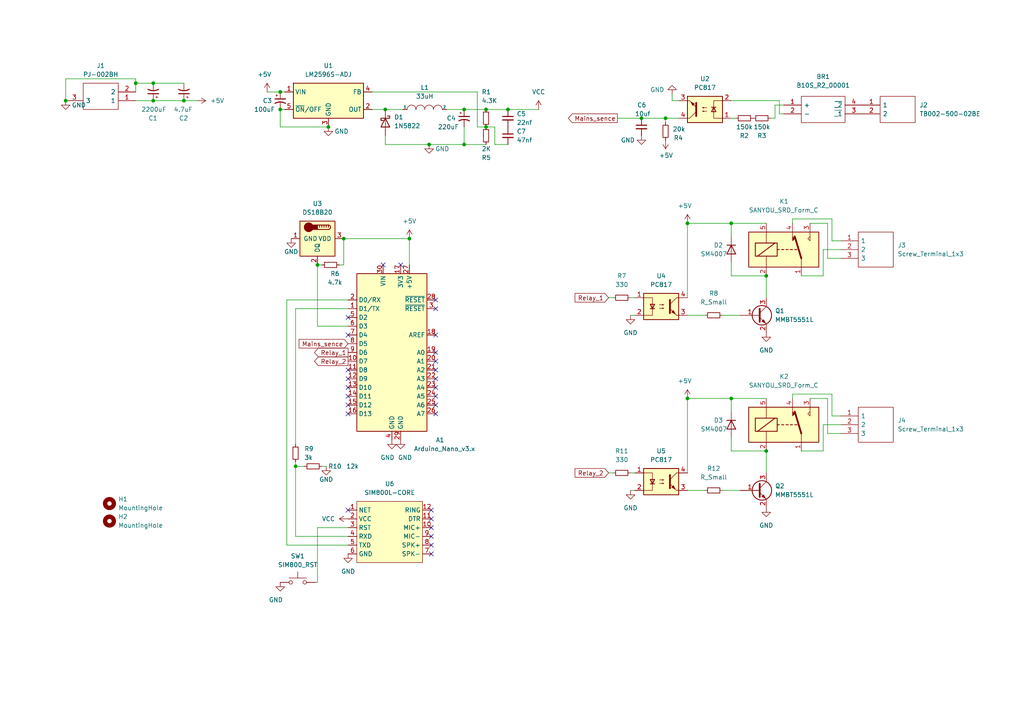
<source format=kicad_sch>
(kicad_sch (version 20211123) (generator eeschema)
  (paper "A4")
  (lib_symbols
    (symbol "B10S_R2_00001:B10S_R2_00001" (pin_names (offset 0.762))
      (property "Reference" "BR" (at 19.05 7.62 0))
      (property "Value" "B10S_R2_00001" (at 19.05 5.08 0))
      (symbol "B10S_R2_00001_0_0"
        (pin passive line (at 0 0 0) (length 5.08) (name "+") (number "1"))
        (pin passive line (at 0 -2.54 0) (length 5.08) (name "-") (number "2"))
        (pin passive line (at 22.86 -2.54 180) (length 5.08) (name "~{_1}") (number "3"))
        (pin passive line (at 22.86 0 180) (length 5.08) (name "~{_2}") (number "4"))
      )
      (symbol "B10S_R2_00001_0_1"
        (polyline (pts (xy 5.08 2.54) (xy 17.78 2.54) (xy 17.78 -5.08) (xy 5.08 -5.08) (xy 5.08 2.54)) (stroke (width 0.1524)))
      )
    )
    (symbol "Device:C_Polarized_Small_US" (pin_numbers hide) (pin_names (offset 0.254) hide)
      (property "Reference" "C" (at 0.254 1.778 0))
      (property "Value" "C_Polarized_Small_US" (at 0.254 -2.032 0))
      (symbol "C_Polarized_Small_US_0_1"
        (polyline (pts (xy -1.524 0.508) (xy 1.524 0.508)) (stroke (width 0.3048)))
        (polyline (pts (xy -1.27 1.524) (xy -0.762 1.524)))
        (polyline (pts (xy -1.016 1.27) (xy -1.016 1.778)))
        (arc (start 1.524 -0.762) (mid 0 -0.3734) (end -1.524 -0.762) (stroke (width 0.3048)))
      )
      (symbol "C_Polarized_Small_US_1_1"
        (pin passive line (at 0 2.54 270) (length 2.032) (name "~") (number "1"))
        (pin passive line (at 0 -2.54 90) (length 2.032) (name "~") (number "2"))
      )
    )
    (symbol "Device:C_Small" (pin_numbers hide) (pin_names (offset 0.254) hide)
      (property "Reference" "C" (at 0.254 1.778 0))
      (property "Value" "C_Small" (at 0.254 -2.032 0))
      (symbol "C_Small_0_1"
        (polyline (pts (xy -1.524 -0.508) (xy 1.524 -0.508)) (stroke (width 0.3302)))
        (polyline (pts (xy -1.524 0.508) (xy 1.524 0.508)) (stroke (width 0.3048)))
      )
      (symbol "C_Small_1_1"
        (pin passive line (at 0 2.54 270) (length 2.032) (name "~") (number "1"))
        (pin passive line (at 0 -2.54 90) (length 2.032) (name "~") (number "2"))
      )
    )
    (symbol "Device:R_Small" (pin_numbers hide) (pin_names (offset 0.254) hide)
      (property "Reference" "R" (at 0.762 0.508 0))
      (property "Value" "R_Small" (at 0.762 -1.016 0))
      (symbol "R_Small_0_1"
        (rectangle (start -0.762 1.778) (end 0.762 -1.778) (stroke (width 0.2032)))
      )
      (symbol "R_Small_1_1"
        (pin passive line (at 0 2.54 270) (length 0.762) (name "~") (number "1"))
        (pin passive line (at 0 -2.54 90) (length 0.762) (name "~") (number "2"))
      )
    )
    (symbol "Diode:1N5822" (pin_numbers hide) (pin_names (offset 1.016) hide)
      (property "Reference" "D" (at 0 2.54 0))
      (property "Value" "1N5822" (at 0 -2.54 0))
      (symbol "1N5822_0_1"
        (polyline (pts (xy 1.27 0) (xy -1.27 0)))
        (polyline (pts (xy 1.27 1.27) (xy 1.27 -1.27) (xy -1.27 0) (xy 1.27 1.27)) (stroke (width 0.254)))
        (polyline (pts (xy -1.905 0.635) (xy -1.905 1.27) (xy -1.27 1.27) (xy -1.27 -1.27) (xy -0.635 -1.27) (xy -0.635 -0.635)) (stroke (width 0.254)))
      )
      (symbol "1N5822_1_1"
        (pin passive line (at -3.81 0 0) (length 2.54) (name "K") (number "1"))
        (pin passive line (at 3.81 0 180) (length 2.54) (name "A") (number "2"))
      )
    )
    (symbol "Diode:SM4007" (pin_numbers hide) (pin_names (offset 1.016) hide)
      (property "Reference" "D" (at 0 2.54 0))
      (property "Value" "SM4007" (at 0 -2.54 0))
      (symbol "SM4007_0_1"
        (polyline (pts (xy -1.27 1.27) (xy -1.27 -1.27)) (stroke (width 0.254)))
        (polyline (pts (xy 1.27 0) (xy -1.27 0)))
        (polyline (pts (xy 1.27 1.27) (xy 1.27 -1.27) (xy -1.27 0) (xy 1.27 1.27)) (stroke (width 0.254)))
      )
      (symbol "SM4007_1_1"
        (pin passive line (at -3.81 0 0) (length 2.54) (name "K") (number "1"))
        (pin passive line (at 3.81 0 180) (length 2.54) (name "A") (number "2"))
      )
    )
    (symbol "Isolator:PC817" (pin_names (offset 1.016))
      (property "Reference" "U" (at -5.08 5.08 0))
      (property "Value" "PC817" (at 0 5.08 0))
      (symbol "PC817_0_1"
        (rectangle (start -5.08 3.81) (end 5.08 -3.81) (stroke (width 0.254)) (fill (type background)))
        (polyline (pts (xy -3.175 -0.635) (xy -1.905 -0.635)) (stroke (width 0.254)))
        (polyline (pts (xy 2.54 0.635) (xy 4.445 2.54)))
        (polyline (pts (xy 4.445 -2.54) (xy 2.54 -0.635)) (fill (type outline)))
        (polyline (pts (xy 4.445 -2.54) (xy 5.08 -2.54)))
        (polyline (pts (xy 4.445 2.54) (xy 5.08 2.54)))
        (polyline (pts (xy -5.08 2.54) (xy -2.54 2.54) (xy -2.54 -0.635)))
        (polyline (pts (xy -2.54 -0.635) (xy -2.54 -2.54) (xy -5.08 -2.54)))
        (polyline (pts (xy 2.54 1.905) (xy 2.54 -1.905) (xy 2.54 -1.905)) (stroke (width 0.508)))
        (polyline (pts (xy -2.54 -0.635) (xy -3.175 0.635) (xy -1.905 0.635) (xy -2.54 -0.635)) (stroke (width 0.254)))
        (polyline (pts (xy -0.508 -0.508) (xy 0.762 -0.508) (xy 0.381 -0.635) (xy 0.381 -0.381) (xy 0.762 -0.508)))
        (polyline (pts (xy -0.508 0.508) (xy 0.762 0.508) (xy 0.381 0.381) (xy 0.381 0.635) (xy 0.762 0.508)))
        (polyline (pts (xy 3.048 -1.651) (xy 3.556 -1.143) (xy 4.064 -2.159) (xy 3.048 -1.651) (xy 3.048 -1.651)) (fill (type outline)))
      )
      (symbol "PC817_1_1"
        (pin passive line (at -7.62 2.54 0) (length 2.54) (name "~") (number "1"))
        (pin passive line (at -7.62 -2.54 0) (length 2.54) (name "~") (number "2"))
        (pin passive line (at 7.62 -2.54 180) (length 2.54) (name "~") (number "3"))
        (pin passive line (at 7.62 2.54 180) (length 2.54) (name "~") (number "4"))
      )
    )
    (symbol "MCU_Module:Arduino_Nano_v3.x"
      (property "Reference" "A" (at -10.16 23.495 0))
      (property "Value" "Arduino_Nano_v3.x" (at 5.08 -24.13 0))
      (symbol "Arduino_Nano_v3.x_0_1"
        (rectangle (start -10.16 22.86) (end 10.16 -22.86) (stroke (width 0.254)) (fill (type background)))
      )
      (symbol "Arduino_Nano_v3.x_1_1"
        (pin bidirectional line (at -12.7 12.7 0) (length 2.54) (name "D1/TX") (number "1"))
        (pin bidirectional line (at -12.7 -2.54 0) (length 2.54) (name "D7") (number "10"))
        (pin bidirectional line (at -12.7 -5.08 0) (length 2.54) (name "D8") (number "11"))
        (pin bidirectional line (at -12.7 -7.62 0) (length 2.54) (name "D9") (number "12"))
        (pin bidirectional line (at -12.7 -10.16 0) (length 2.54) (name "D10") (number "13"))
        (pin bidirectional line (at -12.7 -12.7 0) (length 2.54) (name "D11") (number "14"))
        (pin bidirectional line (at -12.7 -15.24 0) (length 2.54) (name "D12") (number "15"))
        (pin bidirectional line (at -12.7 -17.78 0) (length 2.54) (name "D13") (number "16"))
        (pin power_out line (at 2.54 25.4 270) (length 2.54) (name "3V3") (number "17"))
        (pin input line (at 12.7 5.08 180) (length 2.54) (name "AREF") (number "18"))
        (pin bidirectional line (at 12.7 0 180) (length 2.54) (name "A0") (number "19"))
        (pin bidirectional line (at -12.7 15.24 0) (length 2.54) (name "D0/RX") (number "2"))
        (pin bidirectional line (at 12.7 -2.54 180) (length 2.54) (name "A1") (number "20"))
        (pin bidirectional line (at 12.7 -5.08 180) (length 2.54) (name "A2") (number "21"))
        (pin bidirectional line (at 12.7 -7.62 180) (length 2.54) (name "A3") (number "22"))
        (pin bidirectional line (at 12.7 -10.16 180) (length 2.54) (name "A4") (number "23"))
        (pin bidirectional line (at 12.7 -12.7 180) (length 2.54) (name "A5") (number "24"))
        (pin bidirectional line (at 12.7 -15.24 180) (length 2.54) (name "A6") (number "25"))
        (pin bidirectional line (at 12.7 -17.78 180) (length 2.54) (name "A7") (number "26"))
        (pin power_out line (at 5.08 25.4 270) (length 2.54) (name "+5V") (number "27"))
        (pin input line (at 12.7 15.24 180) (length 2.54) (name "~{RESET}") (number "28"))
        (pin power_in line (at 2.54 -25.4 90) (length 2.54) (name "GND") (number "29"))
        (pin input line (at 12.7 12.7 180) (length 2.54) (name "~{RESET}") (number "3"))
        (pin power_in line (at -2.54 25.4 270) (length 2.54) (name "VIN") (number "30"))
        (pin power_in line (at 0 -25.4 90) (length 2.54) (name "GND") (number "4"))
        (pin bidirectional line (at -12.7 10.16 0) (length 2.54) (name "D2") (number "5"))
        (pin bidirectional line (at -12.7 7.62 0) (length 2.54) (name "D3") (number "6"))
        (pin bidirectional line (at -12.7 5.08 0) (length 2.54) (name "D4") (number "7"))
        (pin bidirectional line (at -12.7 2.54 0) (length 2.54) (name "D5") (number "8"))
        (pin bidirectional line (at -12.7 0 0) (length 2.54) (name "D6") (number "9"))
      )
    )
    (symbol "Mechanical:MountingHole" (pin_names (offset 1.016))
      (property "Reference" "H" (at 0 5.08 0))
      (property "Value" "MountingHole" (at 0 3.175 0))
      (symbol "MountingHole_0_1"
        (circle (center 0 0) (radius 1.27) (stroke (width 1.27)))
      )
    )
    (symbol "PJ-002BH:PJ-002BH" (pin_names (offset 0.762))
      (property "Reference" "J" (at 16.51 7.62 0))
      (property "Value" "PJ-002BH" (at 16.51 5.08 0))
      (symbol "PJ-002BH_0_0"
        (pin passive line (at 0 0 0) (length 5.08) (name "1") (number "1"))
        (pin passive line (at 0 -2.54 0) (length 5.08) (name "2") (number "2"))
        (pin passive line (at 20.32 0 180) (length 5.08) (name "3") (number "3"))
      )
      (symbol "PJ-002BH_0_1"
        (polyline (pts (xy 5.08 2.54) (xy 15.24 2.54) (xy 15.24 -5.08) (xy 5.08 -5.08) (xy 5.08 2.54)) (stroke (width 0.1524)))
      )
    )
    (symbol "Regulator_Switching:LM2596S-ADJ"
      (property "Reference" "U" (at -10.16 6.35 0))
      (property "Value" "LM2596S-ADJ" (at 0 6.35 0))
      (symbol "LM2596S-ADJ_0_1"
        (rectangle (start -10.16 5.08) (end 10.16 -5.08) (stroke (width 0.254)) (fill (type background)))
      )
      (symbol "LM2596S-ADJ_1_1"
        (pin power_in line (at -12.7 2.54 0) (length 2.54) (name "VIN") (number "1"))
        (pin output line (at 12.7 -2.54 180) (length 2.54) (name "OUT") (number "2"))
        (pin power_in line (at 0 -7.62 90) (length 2.54) (name "GND") (number "3"))
        (pin input line (at 12.7 2.54 180) (length 2.54) (name "FB") (number "4"))
        (pin input line (at -12.7 -2.54 0) (length 2.54) (name "~{ON}/OFF") (number "5"))
      )
    )
    (symbol "Relay:SANYOU_SRD_Form_C"
      (property "Reference" "K" (at 11.43 3.81 0))
      (property "Value" "SANYOU_SRD_Form_C" (at 11.43 1.27 0))
      (symbol "SANYOU_SRD_Form_C_0_0"
        (polyline (pts (xy 7.62 5.08) (xy 7.62 2.54) (xy 6.985 3.175) (xy 7.62 3.81)))
      )
      (symbol "SANYOU_SRD_Form_C_0_1"
        (rectangle (start -10.16 5.08) (end 10.16 -5.08) (stroke (width 0.254)) (fill (type background)))
        (rectangle (start -8.255 1.905) (end -1.905 -1.905) (stroke (width 0.254)))
        (polyline (pts (xy -7.62 -1.905) (xy -2.54 1.905)) (stroke (width 0.254)))
        (polyline (pts (xy -5.08 -5.08) (xy -5.08 -1.905)))
        (polyline (pts (xy -5.08 5.08) (xy -5.08 1.905)))
        (polyline (pts (xy -1.905 0) (xy -1.27 0)) (stroke (width 0.254)))
        (polyline (pts (xy -0.635 0) (xy 0 0)) (stroke (width 0.254)))
        (polyline (pts (xy 0.635 0) (xy 1.27 0)) (stroke (width 0.254)))
        (polyline (pts (xy 1.905 0) (xy 2.54 0)) (stroke (width 0.254)))
        (polyline (pts (xy 3.175 0) (xy 3.81 0)) (stroke (width 0.254)))
        (polyline (pts (xy 5.08 -2.54) (xy 3.175 3.81)) (stroke (width 0.508)))
        (polyline (pts (xy 5.08 -2.54) (xy 5.08 -5.08)))
      )
      (symbol "SANYOU_SRD_Form_C_1_1"
        (polyline (pts (xy 2.54 3.81) (xy 3.175 3.175) (xy 2.54 2.54) (xy 2.54 5.08)) (fill (type outline)))
        (pin passive line (at 5.08 -7.62 90) (length 2.54) (name "~") (number "1"))
        (pin passive line (at -5.08 -7.62 90) (length 2.54) (name "~") (number "2"))
        (pin passive line (at 7.62 7.62 270) (length 2.54) (name "~") (number "3"))
        (pin passive line (at 2.54 7.62 270) (length 2.54) (name "~") (number "4"))
        (pin passive line (at -5.08 7.62 270) (length 2.54) (name "~") (number "5"))
      )
    )
    (symbol "SIM800L:SIM800L-CORE"
      (property "Reference" "U" (at -7.62 8.89 0))
      (property "Value" "SIM800L-CORE" (at 0 -12.7 0))
      (symbol "SIM800L-CORE_0_1"
        (rectangle (start -8.89 7.62) (end 10.16 -10.16) (stroke (width 0.1524)) (fill (type background)))
      )
      (symbol "SIM800L-CORE_1_1"
        (pin bidirectional line (at -11.43 5.08 0) (length 2.54) (name "NET") (number "1"))
        (pin output line (at 12.7 0 180) (length 2.54) (name "MIC+") (number "10"))
        (pin passive line (at 12.7 2.54 180) (length 2.54) (name "DTR") (number "11"))
        (pin output line (at 12.7 5.08 180) (length 2.54) (name "RING") (number "12"))
        (pin power_in line (at -11.43 2.54 0) (length 2.54) (name "VCC") (number "2"))
        (pin input line (at -11.43 0 0) (length 2.54) (name "RST") (number "3"))
        (pin input line (at -11.43 -2.54 0) (length 2.54) (name "RXD") (number "4"))
        (pin output line (at -11.43 -5.08 0) (length 2.54) (name "TXD") (number "5"))
        (pin power_in line (at -11.43 -7.62 0) (length 2.54) (name "GND") (number "6"))
        (pin output line (at 12.7 -7.62 180) (length 2.54) (name "SPK-") (number "7"))
        (pin output line (at 12.7 -5.08 180) (length 2.54) (name "SPK+") (number "8"))
        (pin output line (at 12.7 -2.54 180) (length 2.54) (name "MIC-") (number "9"))
      )
    )
    (symbol "Screw_Terminal_1x2:TB002-500-02BE" (pin_names (offset 0.762))
      (property "Reference" "J" (at 16.51 7.62 0))
      (property "Value" "TB002-500-02BE" (at 16.51 5.08 0))
      (symbol "TB002-500-02BE_0_0"
        (pin passive line (at 0 0 0) (length 5.08) (name "1") (number "1"))
        (pin passive line (at 0 -2.54 0) (length 5.08) (name "2") (number "2"))
      )
      (symbol "TB002-500-02BE_0_1"
        (polyline (pts (xy 5.08 2.54) (xy 15.24 2.54) (xy 15.24 -5.08) (xy 5.08 -5.08) (xy 5.08 2.54)) (stroke (width 0.1524)))
      )
    )
    (symbol "Screw_Terminal_1x3:1711039" (pin_names (offset 0.762))
      (property "Reference" "J?" (at 16.51 -1.2699 0))
      (property "Value" "Screw_Terminal_1x3" (at 16.51 -3.8099 0))
      (symbol "1711039_0_0"
        (pin passive line (at 0 0 0) (length 5.08) (name "1") (number "1"))
        (pin passive line (at 0 -2.54 0) (length 5.08) (name "2") (number "2"))
        (pin passive line (at 0 -5.08 0) (length 5.08) (name "3") (number "3"))
      )
      (symbol "1711039_0_1"
        (polyline (pts (xy 5.08 2.54) (xy 15.24 2.54) (xy 15.24 -7.62) (xy 5.08 -7.62) (xy 5.08 2.54)) (stroke (width 0.1524)))
      )
    )
    (symbol "Sensor_Temperature:DS18B20" (pin_names (offset 1.016))
      (property "Reference" "U" (at -3.81 6.35 0))
      (property "Value" "DS18B20" (at 6.35 6.35 0))
      (symbol "DS18B20_0_1"
        (rectangle (start -5.08 5.08) (end 5.08 -5.08) (stroke (width 0.254)) (fill (type background)))
        (circle (center -3.302 -2.54) (radius 1.27) (stroke (width 0.254)) (fill (type outline)))
        (rectangle (start -2.667 -1.905) (end -3.937 0) (stroke (width 0.254)) (fill (type outline)))
        (arc (start -2.667 3.175) (mid -3.302 3.81) (end -3.937 3.175) (stroke (width 0.254)))
        (polyline (pts (xy -3.937 0.635) (xy -3.302 0.635)) (stroke (width 0.254)))
        (polyline (pts (xy -3.937 1.27) (xy -3.302 1.27)) (stroke (width 0.254)))
        (polyline (pts (xy -3.937 1.905) (xy -3.302 1.905)) (stroke (width 0.254)))
        (polyline (pts (xy -3.937 2.54) (xy -3.302 2.54)) (stroke (width 0.254)))
        (polyline (pts (xy -3.937 3.175) (xy -3.937 0)) (stroke (width 0.254)))
        (polyline (pts (xy -3.937 3.175) (xy -3.302 3.175)) (stroke (width 0.254)))
        (polyline (pts (xy -2.667 3.175) (xy -2.667 0)) (stroke (width 0.254)))
      )
      (symbol "DS18B20_1_1"
        (pin power_in line (at 0 -7.62 90) (length 2.54) (name "GND") (number "1"))
        (pin bidirectional line (at 7.62 0 180) (length 2.54) (name "DQ") (number "2"))
        (pin power_in line (at 0 7.62 270) (length 2.54) (name "VDD") (number "3"))
      )
    )
    (symbol "Switch:SW_Push" (pin_numbers hide) (pin_names (offset 1.016) hide)
      (property "Reference" "SW" (at 1.27 2.54 0))
      (property "Value" "SW_Push" (at 0 -1.524 0))
      (symbol "SW_Push_0_1"
        (circle (center -2.032 0) (radius 0.508))
        (polyline (pts (xy 0 1.27) (xy 0 3.048)))
        (polyline (pts (xy 2.54 1.27) (xy -2.54 1.27)))
        (circle (center 2.032 0) (radius 0.508))
        (pin passive line (at -5.08 0 0) (length 2.54) (name "1") (number "1"))
        (pin passive line (at 5.08 0 180) (length 2.54) (name "2") (number "2"))
      )
    )
    (symbol "Transistor_BJT:MMBT5551L" (pin_names (offset 0) hide)
      (property "Reference" "Q" (at 5.08 1.905 0))
      (property "Value" "MMBT5551L" (at 5.08 0 0))
      (symbol "MMBT5551L_0_1"
        (polyline (pts (xy 0.635 0.635) (xy 2.54 2.54)))
        (polyline (pts (xy 0.635 -0.635) (xy 2.54 -2.54) (xy 2.54 -2.54)))
        (polyline (pts (xy 0.635 1.905) (xy 0.635 -1.905) (xy 0.635 -1.905)) (stroke (width 0.508)))
        (polyline (pts (xy 1.27 -1.778) (xy 1.778 -1.27) (xy 2.286 -2.286) (xy 1.27 -1.778) (xy 1.27 -1.778)) (fill (type outline)))
        (circle (center 1.27 0) (radius 2.8194) (stroke (width 0.254)))
      )
      (symbol "MMBT5551L_1_1"
        (pin input line (at -5.08 0 0) (length 5.715) (name "B") (number "1"))
        (pin passive line (at 2.54 -5.08 90) (length 2.54) (name "E") (number "2"))
        (pin passive line (at 2.54 5.08 270) (length 2.54) (name "C") (number "3"))
      )
    )
    (symbol "power:+5V" (power) (pin_names (offset 0))
      (property "Value" "+5V" (at 0 3.556 0))
      (symbol "+5V_0_1"
        (polyline (pts (xy -0.762 1.27) (xy 0 2.54)))
        (polyline (pts (xy 0 0) (xy 0 2.54)))
        (polyline (pts (xy 0 2.54) (xy 0.762 1.27)))
      )
      (symbol "+5V_1_1"
        (pin power_in line (at 0 0 90) (length 0) hide (name "+5V") (number "1"))
      )
    )
    (symbol "power:GND" (power) (pin_names (offset 0))
      (property "Value" "GND" (at 0 -3.81 0))
      (symbol "GND_0_1"
        (polyline (pts (xy 0 0) (xy 0 -1.27) (xy 1.27 -1.27) (xy 0 -2.54) (xy -1.27 -1.27) (xy 0 -1.27)))
      )
      (symbol "GND_1_1"
        (pin power_in line (at 0 0 270) (length 0) hide (name "GND") (number "1"))
      )
    )
    (symbol "power:VCC" (power) (pin_names (offset 0))
      (property "Value" "VCC" (at 0 3.81 0))
      (symbol "VCC_0_1"
        (polyline (pts (xy -0.762 1.27) (xy 0 2.54)))
        (polyline (pts (xy 0 0) (xy 0 2.54)))
        (polyline (pts (xy 0 2.54) (xy 0.762 1.27)))
      )
      (symbol "VCC_1_1"
        (pin power_in line (at 0 0 90) (length 0) hide (name "VCC") (number "1"))
      )
    )
    (symbol "pspice:INDUCTOR" (pin_numbers hide) (pin_names (offset 0))
      (property "Reference" "L" (at 0 2.54 0))
      (property "Value" "INDUCTOR" (at 0 -1.27 0))
      (symbol "INDUCTOR_0_1"
        (arc (start -2.54 0) (mid -3.81 1.27) (end -5.08 0))
        (arc (start 0 0) (mid -1.27 1.27) (end -2.54 0))
        (arc (start 2.54 0) (mid 1.27 1.27) (end 0 0))
        (arc (start 5.08 0) (mid 3.81 1.27) (end 2.54 0))
      )
      (symbol "INDUCTOR_1_1"
        (pin input line (at -6.35 0 0) (length 1.27) (name "1") (number "1"))
        (pin input line (at 6.35 0 180) (length 1.27) (name "2") (number "2"))
      )
    )
  )
  (junction (at 81.28 31.75))
  (junction (at 134.62 31.75))
  (junction (at 111.76 31.75))
  (junction (at 193.04 34.29))
  (junction (at 44.45 24.13))
  (junction (at 124.46 41.91))
  (junction (at 85.725 135.255))
  (junction (at 92.075 76.835))
  (junction (at 140.97 36.83))
  (junction (at 118.745 69.215))
  (junction (at 39.37 24.13))
  (junction (at 222.25 130.81))
  (junction (at 212.09 64.77))
  (junction (at 19.05 29.21))
  (junction (at 53.34 29.21))
  (junction (at 199.39 64.77))
  (junction (at 222.25 80.01))
  (junction (at 134.62 41.91))
  (junction (at 212.09 115.57))
  (junction (at 147.32 31.75))
  (junction (at 99.695 69.215))
  (junction (at 44.45 29.21))
  (junction (at 95.25 36.83))
  (junction (at 140.97 31.75))
  (junction (at 199.39 115.57))
  (junction (at 186.055 34.29))
  (junction (at 81.28 26.67))
  (no_connect (at 125.095 153.035))
  (no_connect (at 126.365 102.235))
  (no_connect (at 100.965 109.855))
  (no_connect (at 126.365 117.475))
  (no_connect (at 100.965 112.395))
  (no_connect (at 111.125 76.835))
  (no_connect (at 126.365 97.155))
  (no_connect (at 126.365 112.395))
  (no_connect (at 126.365 120.015))
  (no_connect (at 126.365 109.855))
  (no_connect (at 126.365 114.935))
  (no_connect (at 100.965 120.015))
  (no_connect (at 100.965 147.955))
  (no_connect (at 100.965 92.075))
  (no_connect (at 100.965 97.155))
  (no_connect (at 116.205 76.835))
  (no_connect (at 125.095 147.955))
  (no_connect (at 126.365 89.535))
  (no_connect (at 100.965 114.935))
  (no_connect (at 126.365 104.775))
  (no_connect (at 100.965 117.475))
  (no_connect (at 100.965 107.315))
  (no_connect (at 125.095 160.655))
  (no_connect (at 126.365 107.315))
  (no_connect (at 125.095 158.115))
  (no_connect (at 125.095 150.495))
  (no_connect (at 125.095 155.575))
  (no_connect (at 126.365 86.995))
  (wire (pts (xy 140.97 36.83) (xy 143.51 36.83)))
  (wire (pts (xy 193.04 35.56) (xy 193.04 34.29)))
  (wire (pts (xy 229.87 63.5) (xy 241.3 63.5)))
  (wire (pts (xy 85.725 89.535) (xy 85.725 128.905)))
  (wire (pts (xy 227.33 30.48) (xy 224.79 30.48)))
  (wire (pts (xy 224.79 30.48) (xy 224.79 34.29)))
  (wire (pts (xy 39.37 29.21) (xy 44.45 29.21)))
  (wire (pts (xy 100.965 89.535) (xy 85.725 89.535)))
  (wire (pts (xy 134.62 36.83) (xy 134.62 41.91)))
  (wire (pts (xy 186.055 34.29) (xy 193.04 34.29)))
  (wire (pts (xy 124.46 41.91) (xy 111.76 41.91)))
  (wire (pts (xy 194.945 29.21) (xy 196.85 29.21)))
  (wire (pts (xy 227.33 33.02) (xy 226.06 33.02)))
  (wire (pts (xy 212.09 34.29) (xy 213.36 34.29)))
  (wire (pts (xy 212.09 80.01) (xy 212.09 76.2)))
  (wire (pts (xy 134.62 41.91) (xy 140.97 41.91)))
  (wire (pts (xy 232.41 130.81) (xy 238.76 130.81)))
  (wire (pts (xy 77.47 26.67) (xy 81.28 26.67)))
  (wire (pts (xy 176.53 137.16) (xy 177.8 137.16)))
  (wire (pts (xy 53.34 29.21) (xy 57.15 29.21)))
  (wire (pts (xy 240.03 64.77) (xy 240.03 74.93)))
  (wire (pts (xy 83.185 86.995) (xy 100.965 86.995)))
  (wire (pts (xy 100.965 158.115) (xy 83.185 158.115)))
  (wire (pts (xy 182.88 91.44) (xy 184.15 91.44)))
  (wire (pts (xy 199.39 142.24) (xy 204.47 142.24)))
  (wire (pts (xy 212.09 130.81) (xy 212.09 127)))
  (wire (pts (xy 44.45 24.13) (xy 53.34 24.13)))
  (wire (pts (xy 85.725 135.255) (xy 85.725 155.575)))
  (wire (pts (xy 19.05 22.86) (xy 39.37 22.86)))
  (wire (pts (xy 140.97 31.75) (xy 147.32 31.75)))
  (wire (pts (xy 193.04 34.29) (xy 196.85 34.29)))
  (wire (pts (xy 229.87 114.3) (xy 241.3 114.3)))
  (wire (pts (xy 238.76 123.19) (xy 243.84 123.19)))
  (wire (pts (xy 39.37 22.86) (xy 39.37 24.13)))
  (wire (pts (xy 238.76 72.39) (xy 243.84 72.39)))
  (wire (pts (xy 199.39 137.16) (xy 199.39 115.57)))
  (wire (pts (xy 85.725 155.575) (xy 100.965 155.575)))
  (wire (pts (xy 199.39 91.44) (xy 204.47 91.44)))
  (wire (pts (xy 143.51 41.91) (xy 147.32 41.91)))
  (wire (pts (xy 226.06 33.02) (xy 226.06 29.21)))
  (wire (pts (xy 39.37 24.13) (xy 44.45 24.13)))
  (wire (pts (xy 92.075 168.91) (xy 91.44 168.91)))
  (wire (pts (xy 147.32 31.75) (xy 156.21 31.75)))
  (wire (pts (xy 199.39 64.77) (xy 212.09 64.77)))
  (wire (pts (xy 212.09 68.58) (xy 212.09 64.77)))
  (wire (pts (xy 92.075 76.835) (xy 92.075 94.615)))
  (wire (pts (xy 222.25 130.81) (xy 222.25 137.16)))
  (wire (pts (xy 143.51 36.83) (xy 143.51 41.91)))
  (wire (pts (xy 94.615 135.255) (xy 93.345 135.255)))
  (wire (pts (xy 92.075 94.615) (xy 100.965 94.615)))
  (wire (pts (xy 92.075 153.035) (xy 100.965 153.035)))
  (wire (pts (xy 129.54 31.75) (xy 134.62 31.75)))
  (wire (pts (xy 182.88 86.36) (xy 184.15 86.36)))
  (wire (pts (xy 240.03 115.57) (xy 240.03 125.73)))
  (wire (pts (xy 209.55 142.24) (xy 214.63 142.24)))
  (wire (pts (xy 92.075 153.035) (xy 92.075 168.91)))
  (wire (pts (xy 194.945 29.21) (xy 194.945 27.305)))
  (wire (pts (xy 229.87 64.77) (xy 229.87 63.5)))
  (wire (pts (xy 134.62 31.75) (xy 140.97 31.75)))
  (wire (pts (xy 118.745 69.215) (xy 118.745 76.835)))
  (wire (pts (xy 176.53 86.36) (xy 177.8 86.36)))
  (wire (pts (xy 222.25 130.81) (xy 212.09 130.81)))
  (wire (pts (xy 232.41 80.01) (xy 238.76 80.01)))
  (wire (pts (xy 19.05 29.21) (xy 19.05 22.86)))
  (wire (pts (xy 85.725 135.255) (xy 88.265 135.255)))
  (wire (pts (xy 212.09 119.38) (xy 212.09 115.57)))
  (wire (pts (xy 81.28 26.67) (xy 82.55 26.67)))
  (wire (pts (xy 182.88 142.24) (xy 184.15 142.24)))
  (wire (pts (xy 134.62 41.91) (xy 124.46 41.91)))
  (wire (pts (xy 92.075 76.835) (xy 93.345 76.835)))
  (wire (pts (xy 44.45 29.21) (xy 53.34 29.21)))
  (wire (pts (xy 241.3 120.65) (xy 243.84 120.65)))
  (wire (pts (xy 209.55 91.44) (xy 214.63 91.44)))
  (wire (pts (xy 85.725 133.985) (xy 85.725 135.255)))
  (wire (pts (xy 199.39 86.36) (xy 199.39 64.77)))
  (wire (pts (xy 98.425 76.835) (xy 99.695 76.835)))
  (wire (pts (xy 81.28 36.83) (xy 95.25 36.83)))
  (wire (pts (xy 107.95 31.75) (xy 111.76 31.75)))
  (wire (pts (xy 212.09 29.21) (xy 226.06 29.21)))
  (wire (pts (xy 182.88 137.16) (xy 184.15 137.16)))
  (wire (pts (xy 223.52 34.29) (xy 224.79 34.29)))
  (wire (pts (xy 99.695 69.215) (xy 118.745 69.215)))
  (wire (pts (xy 238.76 130.81) (xy 238.76 123.19)))
  (wire (pts (xy 81.28 31.75) (xy 82.55 31.75)))
  (wire (pts (xy 39.37 24.13) (xy 39.37 26.67)))
  (wire (pts (xy 179.07 34.29) (xy 186.055 34.29)))
  (wire (pts (xy 222.25 80.01) (xy 212.09 80.01)))
  (wire (pts (xy 99.695 76.835) (xy 99.695 69.215)))
  (wire (pts (xy 241.3 114.3) (xy 241.3 120.65)))
  (wire (pts (xy 234.95 115.57) (xy 240.03 115.57)))
  (wire (pts (xy 199.39 115.57) (xy 212.09 115.57)))
  (wire (pts (xy 83.185 158.115) (xy 83.185 86.995)))
  (wire (pts (xy 81.28 31.75) (xy 81.28 36.83)))
  (wire (pts (xy 212.09 64.77) (xy 222.25 64.77)))
  (wire (pts (xy 240.03 125.73) (xy 243.84 125.73)))
  (wire (pts (xy 241.3 69.85) (xy 243.84 69.85)))
  (wire (pts (xy 212.09 115.57) (xy 222.25 115.57)))
  (wire (pts (xy 238.76 80.01) (xy 238.76 72.39)))
  (wire (pts (xy 240.03 74.93) (xy 243.84 74.93)))
  (wire (pts (xy 138.43 36.83) (xy 138.43 26.67)))
  (wire (pts (xy 140.97 36.83) (xy 138.43 36.83)))
  (wire (pts (xy 107.95 26.67) (xy 138.43 26.67)))
  (wire (pts (xy 241.3 63.5) (xy 241.3 69.85)))
  (wire (pts (xy 222.25 80.01) (xy 222.25 86.36)))
  (wire (pts (xy 229.87 115.57) (xy 229.87 114.3)))
  (wire (pts (xy 111.76 31.75) (xy 116.84 31.75)))
  (wire (pts (xy 234.95 64.77) (xy 240.03 64.77)))
  (wire (pts (xy 111.76 41.91) (xy 111.76 39.37)))
  (global_label "Relay_2" (shape output) (at 100.965 104.775 180) (property "Intersheet References" "${INTERSHEET_REFS}" (effects hide)))
  (global_label "Relay_1" (shape input) (at 176.53 86.36 180) (property "Intersheet References" "${INTERSHEET_REFS}" (effects hide)))
  (global_label "Mains_sence" (shape input) (at 100.965 99.695 180) (property "Intersheet References" "${INTERSHEET_REFS}" (effects hide)))
  (global_label "Mains_sence" (shape output) (at 179.07 34.29 180) (property "Intersheet References" "${INTERSHEET_REFS}" (effects hide)))
  (global_label "Relay_1" (shape output) (at 100.965 102.235 180) (property "Intersheet References" "${INTERSHEET_REFS}" (effects hide)))
  (global_label "Relay_2" (shape input) (at 176.53 137.16 180) (property "Intersheet References" "${INTERSHEET_REFS}" (effects hide)))
  (symbol (lib_id "power:GND") (at 19.05 29.21 0) (unit 1)
    (property "Reference" "#PWR03" (effects hide))
    (property "Value" "GND" (at 22.86 30.48 0))
  )
  (symbol (lib_id "Device:C_Polarized_Small_US") (at 53.34 26.67 180) (unit 1)
    (property "Reference" "C2" (at 54.61 34.29 0) (effects (justify left)))
    (property "Value" "4.7uF" (at 55.88 31.75 0) (effects (justify left)))
    (property "Footprint" "Capacitor_Tantalum_SMD:CP_EIA-3216-10_Kemet-I" (effects hide))
  )
  (symbol (lib_id "power:+5V") (at 118.745 69.215 0) (unit 1)
    (property "Reference" "#PWR012" (effects hide))
    (property "Value" "+5V" (at 118.745 64.135 0))
  )
  (symbol (lib_id "power:GND") (at 81.28 168.91 0) (unit 1)
    (property "Reference" "#PWR023" (effects hide))
    (property "Value" "GND" (at 80.01 173.99 0))
  )
  (symbol (lib_id "Device:R_Small") (at 140.97 34.29 0) (unit 1)
    (property "Reference" "R1" (at 139.7 26.67 0) (effects (justify left)))
    (property "Value" "4.3K" (at 139.7 29.21 0) (effects (justify left)))
    (property "Footprint" "Resistor_SMD:R_0805_2012Metric" (effects hide))
  )
  (symbol (lib_id "Transistor_BJT:MMBT5551L") (at 219.71 142.24 0) (unit 1)
    (property "Reference" "Q2" (at 224.79 140.9699 0) (effects (justify left)))
    (property "Value" "MMBT5551L" (at 224.79 143.5099 0) (effects (justify left)))
    (property "Footprint" "Package_TO_SOT_SMD:SOT-23" (effects hide))
    (property "Datasheet" "www.onsemi.com/pub/Collateral/MMBT5550LT1-D.PDF" (effects hide))
  )
  (symbol (lib_id "Mechanical:MountingHole") (at 31.75 151.13 0) (unit 1)
    (property "Reference" "H2" (at 34.29 149.8599 0) (effects (justify left)))
    (property "Value" "MountingHole" (at 34.29 152.3999 0) (effects (justify left)))
    (property "Footprint" "MountingHole:MountingHole_2.7mm" (effects hide))
  )
  (symbol (lib_id "Device:C_Small") (at 147.32 39.37 0) (unit 1)
    (property "Reference" "C7" (at 149.86 38.1062 0) (effects (justify left)))
    (property "Value" "47nf" (at 149.86 40.6462 0) (effects (justify left)))
    (property "Footprint" "Capacitor_SMD:C_0805_2012Metric" (effects hide))
  )
  (symbol (lib_id "Device:C_Small") (at 147.32 34.29 0) (unit 1)
    (property "Reference" "C5" (at 149.86 33.0262 0) (effects (justify left)))
    (property "Value" "22nf" (at 149.86 35.5662 0) (effects (justify left)))
    (property "Footprint" "Capacitor_SMD:C_0805_2012Metric" (effects hide))
  )
  (symbol (lib_id "power:GND") (at 113.665 127.635 0) (unit 1)
    (property "Reference" "#PWR016" (effects hide))
    (property "Value" "GND" (at 112.395 132.715 0))
  )
  (symbol (lib_id "Device:C_Polarized_Small_US") (at 44.45 26.67 180) (unit 1)
    (property "Reference" "C1" (at 45.72 34.29 0) (effects (justify left)))
    (property "Value" "2200uF" (at 48.26 31.75 0) (effects (justify left)))
    (property "Footprint" "Capacitor_THT:CP_Radial_D10.0mm_P5.00mm" (effects hide))
  )
  (symbol (lib_id "Mechanical:MountingHole") (at 31.75 146.05 0) (unit 1)
    (property "Reference" "H1" (at 34.29 144.7799 0) (effects (justify left)))
    (property "Value" "MountingHole" (at 34.29 147.3199 0) (effects (justify left)))
    (property "Footprint" "MountingHole:MountingHole_2.7mm" (effects hide))
  )
  (symbol (lib_id "power:VCC") (at 100.965 150.495 90) (unit 1)
    (property "Reference" "#PWR021" (effects hide))
    (property "Value" "VCC" (at 93.345 150.495 90) (effects (justify right)))
  )
  (symbol (lib_id "Isolator:PC817") (at 204.47 31.75 180) (unit 1)
    (property "Reference" "U2" (at 204.47 22.86 0))
    (property "Value" "PC817" (at 204.47 25.4 0))
    (property "Footprint" "Package_DIP:DIP-4_W7.62mm" (effects hide))
    (property "Datasheet" "http://www.soselectronic.cz/a_info/resource/d/pc817.pdf" (effects hide))
  )
  (symbol (lib_id "Isolator:PC817") (at 191.77 88.9 0) (unit 1)
    (property "Reference" "U4" (at 191.77 80.01 0))
    (property "Value" "PC817" (at 191.77 82.55 0))
    (property "Footprint" "Package_DIP:DIP-4_W7.62mm" (effects hide))
    (property "Datasheet" "http://www.soselectronic.cz/a_info/resource/d/pc817.pdf" (effects hide))
  )
  (symbol (lib_id "Device:C_Polarized_Small_US") (at 81.28 29.21 0) (unit 1)
    (property "Reference" "C3" (at 76.2 29.21 0) (effects (justify left)))
    (property "Value" "100uF" (at 73.66 31.75 0) (effects (justify left)))
    (property "Footprint" "Capacitor_SMD:CP_Elec_10x10" (effects hide))
  )
  (symbol (lib_id "Device:R_Small") (at 180.34 86.36 270) (unit 1)
    (property "Reference" "R7" (at 180.34 80.01 90))
    (property "Value" "330" (at 180.34 82.55 90))
    (property "Footprint" "Resistor_SMD:R_0805_2012Metric" (effects hide))
  )
  (symbol (lib_id "Transistor_BJT:MMBT5551L") (at 219.71 91.44 0) (unit 1)
    (property "Reference" "Q1" (at 224.79 90.1699 0) (effects (justify left)))
    (property "Value" "MMBT5551L" (at 224.79 92.7099 0) (effects (justify left)))
    (property "Footprint" "Package_TO_SOT_SMD:SOT-23" (effects hide))
    (property "Datasheet" "www.onsemi.com/pub/Collateral/MMBT5550LT1-D.PDF" (effects hide))
  )
  (symbol (lib_id "power:+5V") (at 199.39 115.57 0) (unit 1)
    (property "Reference" "#PWR015" (effects hide))
    (property "Value" "+5V" (at 200.66 110.49 0) (effects (justify right)))
  )
  (symbol (lib_id "Device:C_Polarized_Small_US") (at 134.62 34.29 0) (unit 1)
    (property "Reference" "C4" (at 129.54 34.29 0) (effects (justify left)))
    (property "Value" "220uF" (at 127 36.83 0) (effects (justify left)))
    (property "Footprint" "Capacitor_SMD:CP_Elec_10x10" (effects hide))
  )
  (symbol (lib_id "power:+5V") (at 199.39 64.77 0) (unit 1)
    (property "Reference" "#PWR010" (effects hide))
    (property "Value" "+5V" (at 200.66 59.69 0) (effects (justify right)))
  )
  (symbol (lib_id "B10S_R2_00001:B10S_R2_00001") (at 227.33 30.48 0) (unit 1)
    (property "Reference" "BR1" (at 238.76 22.225 0))
    (property "Value" "B10S_R2_00001" (at 238.76 24.765 0))
    (property "Footprint" "B10S:SOP250P700X290-4N" (effects hide))
    (property "Description" "Bridge Rectifiers PJ/B10S/TR/13\"/HF/3K/MDI/GPP/BRIDGE/GMD-05SH/MDI05-QI01/PJ///" (effects hide))
    (property "Height" "2.9" (effects hide))
    (property "Mouser Part Number" "241-B10S_R2_00001" (effects hide))
    (property "Mouser Price/Stock" "https://www.mouser.co.uk/ProductDetail/Panjit/B10S_R2_00001?qs=sPbYRqrBIVnYxoMPgIEqnQ%3D%3D" (effects hide))
    (property "Manufacturer_Name" "PANJIT" (effects hide))
    (property "Manufacturer_Part_Number" "B10S_R2_00001" (effects hide))
  )
  (symbol (lib_id "Screw_Terminal_1x3:1711039") (at 243.84 120.65 0) (unit 1)
    (property "Reference" "J4" (at 260.35 121.9199 0) (effects (justify left)))
    (property "Value" "Screw_Terminal_1x3" (at 260.35 124.4599 0) (effects (justify left)))
    (property "Footprint" "Screw_Terminal_1x3:Screw_Terminal_1x3" (effects hide))
    (property "Datasheet" "http://www.phoenixcontact.com/de/produkte/1711039/pdf" (effects hide))
    (property "Description" "PCB terminal block, nominal current: 24 A, rated voltage (III/2): 400 V, nominal cross section: 2.5 mm?, Number of potentials: 3, Number of rows: 1, Number of positions per row: 3, product range: MKDS 3, pitch: 5 mm, connection method: Screw connection with tension sleeve, mounting: Wave soldering, conductor/PCB connection direction: 0 ?, color: green, Pin layout: Linear pinning, Solder pin [P]: 5 mm, type of packaging: packed in cardboard. The article can be aligned to create different nos. of positions!" (effects hide))
    (property "Height" "18.2" (effects hide))
    (property "Mouser Part Number" "651-1711039" (effects hide))
    (property "Mouser Price/Stock" "https://www.mouser.co.uk/ProductDetail/Phoenix-Contact/1711039?qs=YbgdthCBnKeEUIePCOJ5Kg%3D%3D" (effects hide))
    (property "Manufacturer_Name" "Phoenix Contact" (effects hide))
    (property "Manufacturer_Part_Number" "1711039" (effects hide))
  )
  (symbol (lib_id "power:+5V") (at 57.15 29.21 270) (unit 1)
    (property "Reference" "#PWR04" (effects hide))
    (property "Value" "+5V" (at 60.96 29.2099 90) (effects (justify left)))
  )
  (symbol (lib_id "power:+5V") (at 77.47 26.67 0) (unit 1)
    (property "Reference" "#PWR01" (effects hide))
    (property "Value" "+5V" (at 78.74 21.59 0) (effects (justify right)))
  )
  (symbol (lib_id "Device:R_Small") (at 95.885 76.835 270) (unit 1)
    (property "Reference" "R6" (at 97.155 79.375 90))
    (property "Value" "4.7k" (at 97.155 81.915 90))
    (property "Footprint" "Resistor_SMD:R_0805_2012Metric" (effects hide))
  )
  (symbol (lib_id "MCU_Module:Arduino_Nano_v3.x") (at 113.665 102.235 0) (unit 1)
    (property "Reference" "A1" (at 126.365 127.635 0) (effects (justify left)))
    (property "Value" "Arduino_Nano_v3.x" (at 120.015 130.175 0) (effects (justify left)))
    (property "Footprint" "Module:Arduino_Nano" (effects hide))
    (property "Datasheet" "http://www.mouser.com/pdfdocs/Gravitech_Arduino_Nano3_0.pdf" (effects hide))
  )
  (symbol (lib_id "power:GND") (at 182.88 142.24 0) (unit 1)
    (property "Reference" "#PWR019" (effects hide))
    (property "Value" "GND" (at 182.88 147.32 0))
  )
  (symbol (lib_id "Device:R_Small") (at 180.34 137.16 270) (unit 1)
    (property "Reference" "R11" (at 180.34 130.81 90))
    (property "Value" "330" (at 180.34 133.35 90))
    (property "Footprint" "Resistor_SMD:R_0805_2012Metric" (effects hide))
  )
  (symbol (lib_id "power:GND") (at 84.455 69.215 0) (unit 1)
    (property "Reference" "#PWR011" (effects hide))
    (property "Value" "GND" (at 84.455 73.025 0))
  )
  (symbol (lib_id "power:+5V") (at 193.04 40.64 180) (unit 1)
    (property "Reference" "#PWR08" (effects hide))
    (property "Value" "+5V" (at 191.135 45.085 0) (effects (justify right)))
  )
  (symbol (lib_id "Diode:1N5822") (at 111.76 35.56 270) (unit 1)
    (property "Reference" "D1" (at 114.3 33.9724 90) (effects (justify left)))
    (property "Value" "1N5822" (at 114.3 36.5124 90) (effects (justify left)))
    (property "Footprint" "Diode_THT:D_DO-201AD_P15.24mm_Horizontal" (effects hide))
    (property "Datasheet" "http://www.vishay.com/docs/88526/1n5820.pdf" (effects hide))
  )
  (symbol (lib_id "Isolator:PC817") (at 191.77 139.7 0) (unit 1)
    (property "Reference" "U5" (at 191.77 130.81 0))
    (property "Value" "PC817" (at 191.77 133.35 0))
    (property "Footprint" "Package_DIP:DIP-4_W7.62mm" (effects hide))
    (property "Datasheet" "http://www.soselectronic.cz/a_info/resource/d/pc817.pdf" (effects hide))
  )
  (symbol (lib_id "Relay:SANYOU_SRD_Form_C") (at 227.33 72.39 0) (unit 1)
    (property "Reference" "K1" (at 226.06 58.42 0) (effects (justify left)))
    (property "Value" "SANYOU_SRD_Form_C" (at 217.17 60.96 0) (effects (justify left)))
    (property "Footprint" "Relay_THT:Relay_SPDT_SANYOU_SRD_Series_Form_C" (effects hide))
    (property "Datasheet" "http://www.sanyourelay.ca/public/products/pdf/SRD.pdf" (effects hide))
  )
  (symbol (lib_id "power:GND") (at 186.055 39.37 0) (unit 1)
    (property "Reference" "#PWR07" (effects hide))
    (property "Value" "GND" (at 184.15 40.64 0) (effects (justify right)))
  )
  (symbol (lib_id "Device:R_Small") (at 207.01 91.44 270) (unit 1)
    (property "Reference" "R8" (at 207.01 85.09 90))
    (property "Value" "R_Small" (at 207.01 87.63 90))
    (property "Footprint" "Resistor_SMD:R_0805_2012Metric" (effects hide))
  )
  (symbol (lib_id "Device:C_Small") (at 186.055 36.83 0) (unit 1)
    (property "Reference" "C6" (at 184.785 30.48 0) (effects (justify left)))
    (property "Value" "10uf" (at 184.15 33.02 0) (effects (justify left)))
    (property "Footprint" "Capacitor_SMD:C_1206_3216Metric" (effects hide))
  )
  (symbol (lib_id "Screw_Terminal_1x2:TB002-500-02BE") (at 250.19 30.48 0) (unit 1)
    (property "Reference" "J2" (at 266.7 30.4799 0) (effects (justify left)))
    (property "Value" "TB002-500-02BE" (at 266.7 33.0199 0) (effects (justify left)))
    (property "Footprint" "Screw_Terminal_1x2:TB00250002BE" (effects hide))
    (property "Description" "Fixed Terminal Blocks Terminal block, screw type, 5.00, horizontal, 2 poles, CUI Blue, slotted screw, PCB mount" (effects hide))
    (property "Height" "10.4" (effects hide))
    (property "Mouser Part Number" "490-TB002-500-02BE" (effects hide))
    (property "Mouser Price/Stock" "https://www.mouser.co.uk/ProductDetail/CUI-Devices/TB002-500-02BE?qs=vLWxofP3U2x9716kcgva%2Fw%3D%3D" (effects hide))
    (property "Manufacturer_Name" "CUI Inc." (effects hide))
    (property "Manufacturer_Part_Number" "TB002-500-02BE" (effects hide))
  )
  (symbol (lib_id "Diode:SM4007") (at 212.09 72.39 270) (unit 1)
    (property "Reference" "D2" (at 207.01 71.12 90) (effects (justify left)))
    (property "Value" "SM4007" (at 203.2 73.66 90) (effects (justify left)))
    (property "Footprint" "Diode_SMD:D_SOD-323_HandSoldering" (effects hide))
    (property "Datasheet" "http://cdn-reichelt.de/documents/datenblatt/A400/SMD1N400%23DIO.pdf" (effects hide))
  )
  (symbol (lib_id "Switch:SW_Push") (at 86.36 168.91 0) (unit 1)
    (property "Reference" "SW1" (at 86.36 161.29 0))
    (property "Value" "SIM800_RST" (at 86.36 163.83 0))
    (property "Footprint" "Button_Switch_SMD:SW_SPST_TL3305A" (effects hide))
  )
  (symbol (lib_id "power:GND") (at 182.88 91.44 0) (unit 1)
    (property "Reference" "#PWR013" (effects hide))
    (property "Value" "GND" (at 182.88 96.52 0))
  )
  (symbol (lib_id "power:GND") (at 194.945 27.305 180) (unit 1)
    (property "Reference" "#PWR02" (effects hide))
    (property "Value" "GND" (at 188.595 26.035 0) (effects (justify right)))
  )
  (symbol (lib_id "Device:R_Small") (at 207.01 142.24 270) (unit 1)
    (property "Reference" "R12" (at 207.01 135.89 90))
    (property "Value" "R_Small" (at 207.01 138.43 90))
    (property "Footprint" "Resistor_SMD:R_0805_2012Metric" (effects hide))
  )
  (symbol (lib_id "Screw_Terminal_1x3:1711039") (at 243.84 69.85 0) (unit 1)
    (property "Reference" "J3" (at 260.35 71.1199 0) (effects (justify left)))
    (property "Value" "Screw_Terminal_1x3" (at 260.35 73.6599 0) (effects (justify left)))
    (property "Footprint" "Screw_Terminal_1x3:Screw_Terminal_1x3" (effects hide))
    (property "Datasheet" "http://www.phoenixcontact.com/de/produkte/1711039/pdf" (effects hide))
    (property "Description" "PCB terminal block, nominal current: 24 A, rated voltage (III/2): 400 V, nominal cross section: 2.5 mm?, Number of potentials: 3, Number of rows: 1, Number of positions per row: 3, product range: MKDS 3, pitch: 5 mm, connection method: Screw connection with tension sleeve, mounting: Wave soldering, conductor/PCB connection direction: 0 ?, color: green, Pin layout: Linear pinning, Solder pin [P]: 5 mm, type of packaging: packed in cardboard. The article can be aligned to create different nos. of positions!" (effects hide))
    (property "Height" "18.2" (effects hide))
    (property "Mouser Part Number" "651-1711039" (effects hide))
    (property "Mouser Price/Stock" "https://www.mouser.co.uk/ProductDetail/Phoenix-Contact/1711039?qs=YbgdthCBnKeEUIePCOJ5Kg%3D%3D" (effects hide))
    (property "Manufacturer_Name" "Phoenix Contact" (effects hide))
    (property "Manufacturer_Part_Number" "1711039" (effects hide))
  )
  (symbol (lib_id "Relay:SANYOU_SRD_Form_C") (at 227.33 123.19 0) (unit 1)
    (property "Reference" "K2" (at 226.06 109.22 0) (effects (justify left)))
    (property "Value" "SANYOU_SRD_Form_C" (at 217.17 111.76 0) (effects (justify left)))
    (property "Footprint" "Relay_THT:Relay_SPDT_SANYOU_SRD_Series_Form_C" (effects hide))
    (property "Datasheet" "http://www.sanyourelay.ca/public/products/pdf/SRD.pdf" (effects hide))
  )
  (symbol (lib_id "Device:R_Small") (at 90.805 135.255 270) (unit 1)
    (property "Reference" "R10" (at 97.155 135.255 90))
    (property "Value" "12k" (at 102.235 135.255 90))
    (property "Footprint" "Resistor_SMD:R_0805_2012Metric" (effects hide))
  )
  (symbol (lib_id "SIM800L:SIM800L-CORE") (at 112.395 153.035 0) (unit 1)
    (property "Reference" "U6" (at 113.03 140.335 0))
    (property "Value" "SIM800L-CORE" (at 113.03 142.875 0))
    (property "Footprint" "SIM800L:SIM800L" (effects hide))
  )
  (symbol (lib_id "power:GND") (at 94.615 135.255 0) (unit 1)
    (property "Reference" "#PWR018" (effects hide))
    (property "Value" "GND" (at 94.615 139.065 0))
  )
  (symbol (lib_id "power:GND") (at 95.25 36.83 0) (unit 1)
    (property "Reference" "#PWR06" (effects hide))
    (property "Value" "GND" (at 99.06 38.1 0))
  )
  (symbol (lib_id "power:GND") (at 116.205 127.635 0) (unit 1)
    (property "Reference" "#PWR017" (effects hide))
    (property "Value" "GND" (at 117.475 132.715 0))
  )
  (symbol (lib_id "power:GND") (at 222.25 96.52 0) (unit 1)
    (property "Reference" "#PWR014" (effects hide))
    (property "Value" "GND" (at 222.25 101.6 0))
  )
  (symbol (lib_id "Sensor_Temperature:DS18B20") (at 92.075 69.215 270) (unit 1)
    (property "Reference" "U3" (at 92.075 59.055 90))
    (property "Value" "DS18B20" (at 92.075 61.595 90))
    (property "Footprint" "Package_TO_SOT_THT:TO-92_Inline" (effects hide))
    (property "Datasheet" "http://datasheets.maximintegrated.com/en/ds/DS18B20.pdf" (effects hide))
  )
  (symbol (lib_id "pspice:INDUCTOR") (at 123.19 31.75 0) (unit 1)
    (property "Reference" "L1" (at 123.19 25.4 0))
    (property "Value" "33uH" (at 123.19 27.94 0))
    (property "Footprint" "Inductor_SMD:L_Bourns_SRR1260" (effects hide))
  )
  (symbol (lib_id "PJ-002BH:PJ-002BH") (at 39.37 29.21 180) (unit 1)
    (property "Reference" "J1" (at 29.21 19.05 0))
    (property "Value" "PJ-002BH" (at 29.21 21.59 0))
    (property "Footprint" "PJ-002BH:PJ002BH" (effects hide))
    (property "Datasheet" "https://componentsearchengine.com/Datasheets/1/PJ-002BH.pdf" (effects hide))
    (property "Description" "DC Power Connectors Power Jacks" (effects hide))
    (property "Height" "11" (effects hide))
    (property "Mouser Part Number" "490-PJ-002BH" (effects hide))
    (property "Mouser Price/Stock" "https://www.mouser.co.uk/ProductDetail/CUI-Devices/PJ-002BH?qs=WyjlAZoYn51nOX1h%2FqpLlg%3D%3D" (effects hide))
    (property "Manufacturer_Name" "CUI Inc." (effects hide))
    (property "Manufacturer_Part_Number" "PJ-002BH" (effects hide))
  )
  (symbol (lib_id "power:GND") (at 124.46 41.91 0) (unit 1)
    (property "Reference" "#PWR09" (effects hide))
    (property "Value" "GND" (at 128.27 43.18 0))
  )
  (symbol (lib_id "Device:R_Small") (at 220.98 34.29 90) (unit 1)
    (property "Reference" "R3" (at 220.98 39.37 90))
    (property "Value" "150k" (at 220.98 36.83 90))
    (property "Footprint" "Resistor_SMD:R_1206_3216Metric" (effects hide))
  )
  (symbol (lib_id "power:GND") (at 222.25 147.32 0) (unit 1)
    (property "Reference" "#PWR020" (effects hide))
    (property "Value" "GND" (at 222.25 152.4 0))
  )
  (symbol (lib_id "power:GND") (at 100.965 160.655 0) (unit 1)
    (property "Reference" "#PWR022" (effects hide))
    (property "Value" "GND" (at 100.965 165.735 0))
  )
  (symbol (lib_id "power:VCC") (at 156.21 31.75 0) (unit 1)
    (property "Reference" "#PWR05" (effects hide))
    (property "Value" "VCC" (at 156.21 26.67 0))
  )
  (symbol (lib_id "Device:R_Small") (at 193.04 38.1 180) (unit 1)
    (property "Reference" "R4" (at 198.12 40.005 0) (effects (justify left)))
    (property "Value" "20k" (at 198.755 37.465 0) (effects (justify left)))
    (property "Footprint" "Resistor_SMD:R_0805_2012Metric" (effects hide))
  )
  (symbol (lib_id "Regulator_Switching:LM2596S-ADJ") (at 95.25 29.21 0) (unit 1)
    (property "Reference" "U1" (at 95.25 19.05 0))
    (property "Value" "LM2596S-ADJ" (at 95.25 21.59 0))
    (property "Footprint" "Package_TO_SOT_SMD:TO-263-5_TabPin3" (effects hide))
    (property "Datasheet" "http://www.ti.com/lit/ds/symlink/lm2596.pdf" (effects hide))
  )
  (symbol (lib_id "Device:R_Small") (at 215.9 34.29 90) (unit 1)
    (property "Reference" "R2" (at 215.9 39.37 90))
    (property "Value" "150k" (at 215.9 36.83 90))
    (property "Footprint" "Resistor_SMD:R_1206_3216Metric" (effects hide))
  )
  (symbol (lib_id "Diode:SM4007") (at 212.09 123.19 270) (unit 1)
    (property "Reference" "D3" (at 207.01 121.92 90) (effects (justify left)))
    (property "Value" "SM4007" (at 203.2 124.46 90) (effects (justify left)))
    (property "Footprint" "Diode_SMD:D_SOD-323_HandSoldering" (effects hide))
    (property "Datasheet" "http://cdn-reichelt.de/documents/datenblatt/A400/SMD1N400%23DIO.pdf" (effects hide))
  )
  (symbol (lib_id "Device:R_Small") (at 85.725 131.445 0) (unit 1)
    (property "Reference" "R9" (at 88.265 130.1749 0) (effects (justify left)))
    (property "Value" "3k" (at 88.265 132.7149 0) (effects (justify left)))
    (property "Footprint" "Resistor_SMD:R_0805_2012Metric" (effects hide))
  )
  (symbol (lib_id "Device:R_Small") (at 140.97 39.37 0) (unit 1)
    (property "Reference" "R5" (at 139.7 45.72 0) (effects (justify left)))
    (property "Value" "2K" (at 139.7 43.18 0) (effects (justify left)))
    (property "Footprint" "Resistor_SMD:R_0805_2012Metric" (effects hide))
  )
)
</source>
